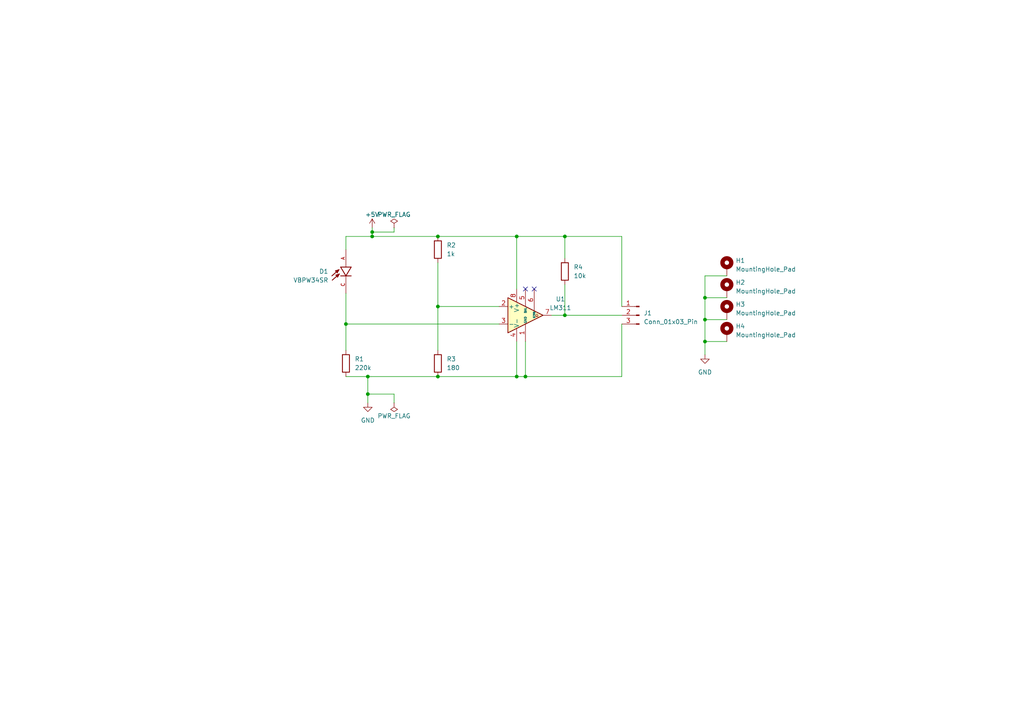
<source format=kicad_sch>
(kicad_sch (version 20230121) (generator eeschema)

  (uuid 8750e224-e78f-49dc-ae06-0bd2361ac73a)

  (paper "A4")

  (title_block
    (title "Li-Fi DUMAS")
    (date "2023-10-03")
    (rev "v2")
    (company "David GAMIETTE ENSEA")
  )

  (lib_symbols
    (symbol "Comparator:LM311" (pin_names (offset 0.127)) (in_bom yes) (on_board yes)
      (property "Reference" "U" (at 3.81 6.35 0)
        (effects (font (size 1.27 1.27)) (justify left))
      )
      (property "Value" "LM311" (at 3.81 3.81 0)
        (effects (font (size 1.27 1.27)) (justify left))
      )
      (property "Footprint" "" (at 0 0 0)
        (effects (font (size 1.27 1.27)) hide)
      )
      (property "Datasheet" "https://www.st.com/resource/en/datasheet/lm311.pdf" (at 0 0 0)
        (effects (font (size 1.27 1.27)) hide)
      )
      (property "ki_keywords" "cmp open collector" (at 0 0 0)
        (effects (font (size 1.27 1.27)) hide)
      )
      (property "ki_description" "Voltage Comparator, DIP-8/SOIC-8" (at 0 0 0)
        (effects (font (size 1.27 1.27)) hide)
      )
      (property "ki_fp_filters" "SOIC*3.9x4.9mm*P1.27mm* DIP*W7.62mm*" (at 0 0 0)
        (effects (font (size 1.27 1.27)) hide)
      )
      (symbol "LM311_0_1"
        (polyline
          (pts
            (xy 5.08 0)
            (xy -5.08 5.08)
            (xy -5.08 -5.08)
            (xy 5.08 0)
          )
          (stroke (width 0.254) (type default))
          (fill (type background))
        )
        (polyline
          (pts
            (xy 3.683 -0.381)
            (xy 3.302 -0.381)
            (xy 3.683 0)
            (xy 3.302 0.381)
            (xy 2.921 0)
            (xy 3.302 -0.381)
            (xy 2.921 -0.381)
          )
          (stroke (width 0.127) (type default))
          (fill (type none))
        )
      )
      (symbol "LM311_1_1"
        (pin passive line (at 0 -7.62 90) (length 5.08)
          (name "GND" (effects (font (size 0.635 0.635))))
          (number "1" (effects (font (size 1.27 1.27))))
        )
        (pin input line (at -7.62 2.54 0) (length 2.54)
          (name "+" (effects (font (size 1.27 1.27))))
          (number "2" (effects (font (size 1.27 1.27))))
        )
        (pin input line (at -7.62 -2.54 0) (length 2.54)
          (name "-" (effects (font (size 1.27 1.27))))
          (number "3" (effects (font (size 1.27 1.27))))
        )
        (pin power_in line (at -2.54 -7.62 90) (length 3.81)
          (name "V-" (effects (font (size 1.27 1.27))))
          (number "4" (effects (font (size 1.27 1.27))))
        )
        (pin input line (at 0 7.62 270) (length 5.08)
          (name "BAL" (effects (font (size 0.635 0.635))))
          (number "5" (effects (font (size 1.27 1.27))))
        )
        (pin input line (at 2.54 7.62 270) (length 6.35)
          (name "STRB" (effects (font (size 0.508 0.508))))
          (number "6" (effects (font (size 1.27 1.27))))
        )
        (pin open_collector line (at 7.62 0 180) (length 2.54)
          (name "~" (effects (font (size 1.27 1.27))))
          (number "7" (effects (font (size 1.27 1.27))))
        )
        (pin power_in line (at -2.54 7.62 270) (length 3.81)
          (name "V+" (effects (font (size 1.27 1.27))))
          (number "8" (effects (font (size 1.27 1.27))))
        )
      )
    )
    (symbol "Connector:Conn_01x03_Pin" (pin_names (offset 1.016) hide) (in_bom yes) (on_board yes)
      (property "Reference" "J" (at 0 5.08 0)
        (effects (font (size 1.27 1.27)))
      )
      (property "Value" "Conn_01x03_Pin" (at 0 -5.08 0)
        (effects (font (size 1.27 1.27)))
      )
      (property "Footprint" "" (at 0 0 0)
        (effects (font (size 1.27 1.27)) hide)
      )
      (property "Datasheet" "~" (at 0 0 0)
        (effects (font (size 1.27 1.27)) hide)
      )
      (property "ki_locked" "" (at 0 0 0)
        (effects (font (size 1.27 1.27)))
      )
      (property "ki_keywords" "connector" (at 0 0 0)
        (effects (font (size 1.27 1.27)) hide)
      )
      (property "ki_description" "Generic connector, single row, 01x03, script generated" (at 0 0 0)
        (effects (font (size 1.27 1.27)) hide)
      )
      (property "ki_fp_filters" "Connector*:*_1x??_*" (at 0 0 0)
        (effects (font (size 1.27 1.27)) hide)
      )
      (symbol "Conn_01x03_Pin_1_1"
        (polyline
          (pts
            (xy 1.27 -2.54)
            (xy 0.8636 -2.54)
          )
          (stroke (width 0.1524) (type default))
          (fill (type none))
        )
        (polyline
          (pts
            (xy 1.27 0)
            (xy 0.8636 0)
          )
          (stroke (width 0.1524) (type default))
          (fill (type none))
        )
        (polyline
          (pts
            (xy 1.27 2.54)
            (xy 0.8636 2.54)
          )
          (stroke (width 0.1524) (type default))
          (fill (type none))
        )
        (rectangle (start 0.8636 -2.413) (end 0 -2.667)
          (stroke (width 0.1524) (type default))
          (fill (type outline))
        )
        (rectangle (start 0.8636 0.127) (end 0 -0.127)
          (stroke (width 0.1524) (type default))
          (fill (type outline))
        )
        (rectangle (start 0.8636 2.667) (end 0 2.413)
          (stroke (width 0.1524) (type default))
          (fill (type outline))
        )
        (pin passive line (at 5.08 2.54 180) (length 3.81)
          (name "Pin_1" (effects (font (size 1.27 1.27))))
          (number "1" (effects (font (size 1.27 1.27))))
        )
        (pin passive line (at 5.08 0 180) (length 3.81)
          (name "Pin_2" (effects (font (size 1.27 1.27))))
          (number "2" (effects (font (size 1.27 1.27))))
        )
        (pin passive line (at 5.08 -2.54 180) (length 3.81)
          (name "Pin_3" (effects (font (size 1.27 1.27))))
          (number "3" (effects (font (size 1.27 1.27))))
        )
      )
    )
    (symbol "Device:R" (pin_numbers hide) (pin_names (offset 0)) (in_bom yes) (on_board yes)
      (property "Reference" "R" (at 2.032 0 90)
        (effects (font (size 1.27 1.27)))
      )
      (property "Value" "R" (at 0 0 90)
        (effects (font (size 1.27 1.27)))
      )
      (property "Footprint" "" (at -1.778 0 90)
        (effects (font (size 1.27 1.27)) hide)
      )
      (property "Datasheet" "~" (at 0 0 0)
        (effects (font (size 1.27 1.27)) hide)
      )
      (property "ki_keywords" "R res resistor" (at 0 0 0)
        (effects (font (size 1.27 1.27)) hide)
      )
      (property "ki_description" "Resistor" (at 0 0 0)
        (effects (font (size 1.27 1.27)) hide)
      )
      (property "ki_fp_filters" "R_*" (at 0 0 0)
        (effects (font (size 1.27 1.27)) hide)
      )
      (symbol "R_0_1"
        (rectangle (start -1.016 -2.54) (end 1.016 2.54)
          (stroke (width 0.254) (type default))
          (fill (type none))
        )
      )
      (symbol "R_1_1"
        (pin passive line (at 0 3.81 270) (length 1.27)
          (name "~" (effects (font (size 1.27 1.27))))
          (number "1" (effects (font (size 1.27 1.27))))
        )
        (pin passive line (at 0 -3.81 90) (length 1.27)
          (name "~" (effects (font (size 1.27 1.27))))
          (number "2" (effects (font (size 1.27 1.27))))
        )
      )
    )
    (symbol "Mechanical:MountingHole_Pad" (pin_numbers hide) (pin_names (offset 1.016) hide) (in_bom yes) (on_board yes)
      (property "Reference" "H" (at 0 6.35 0)
        (effects (font (size 1.27 1.27)))
      )
      (property "Value" "MountingHole_Pad" (at 0 4.445 0)
        (effects (font (size 1.27 1.27)))
      )
      (property "Footprint" "" (at 0 0 0)
        (effects (font (size 1.27 1.27)) hide)
      )
      (property "Datasheet" "~" (at 0 0 0)
        (effects (font (size 1.27 1.27)) hide)
      )
      (property "ki_keywords" "mounting hole" (at 0 0 0)
        (effects (font (size 1.27 1.27)) hide)
      )
      (property "ki_description" "Mounting Hole with connection" (at 0 0 0)
        (effects (font (size 1.27 1.27)) hide)
      )
      (property "ki_fp_filters" "MountingHole*Pad*" (at 0 0 0)
        (effects (font (size 1.27 1.27)) hide)
      )
      (symbol "MountingHole_Pad_0_1"
        (circle (center 0 1.27) (radius 1.27)
          (stroke (width 1.27) (type default))
          (fill (type none))
        )
      )
      (symbol "MountingHole_Pad_1_1"
        (pin input line (at 0 -2.54 90) (length 2.54)
          (name "1" (effects (font (size 1.27 1.27))))
          (number "1" (effects (font (size 1.27 1.27))))
        )
      )
    )
    (symbol "VBPW34SR:VBPW34SR" (pin_names (offset 1.016)) (in_bom yes) (on_board yes)
      (property "Reference" "D" (at -0.5588 4.4958 0)
        (effects (font (size 1.27 1.27)) (justify left bottom))
      )
      (property "Value" "VBPW34SR" (at -1.016 -3.302 0)
        (effects (font (size 1.27 1.27)) (justify left bottom))
      )
      (property "Footprint" "DIO_VBPW34SR" (at 0 0 0)
        (effects (font (size 1.27 1.27)) (justify bottom) hide)
      )
      (property "Datasheet" "" (at 0 0 0)
        (effects (font (size 1.27 1.27)) hide)
      )
      (property "MANUFACTURER" "Vishay Semiconductors" (at 0 0 0)
        (effects (font (size 1.27 1.27)) (justify bottom) hide)
      )
      (property "STANDARD" "Manufacturer recommendations" (at 0 0 0)
        (effects (font (size 1.27 1.27)) (justify bottom) hide)
      )
      (property "PARTREV" "1.2" (at 0 0 0)
        (effects (font (size 1.27 1.27)) (justify bottom) hide)
      )
      (property "MAXIMUM_PACKAGE_HEIGHT" "1.4mm" (at 0 0 0)
        (effects (font (size 1.27 1.27)) (justify bottom) hide)
      )
      (symbol "VBPW34SR_0_0"
        (polyline
          (pts
            (xy 0 -1.524)
            (xy 2.54 0)
          )
          (stroke (width 0.254) (type default))
          (fill (type none))
        )
        (polyline
          (pts
            (xy 0 1.524)
            (xy 0 -1.524)
          )
          (stroke (width 0.254) (type default))
          (fill (type none))
        )
        (polyline
          (pts
            (xy 0.762 2.032)
            (xy 1.0922 2.9972)
          )
          (stroke (width 0.254) (type default))
          (fill (type none))
        )
        (polyline
          (pts
            (xy 0.762 2.032)
            (xy 2.54 4.064)
          )
          (stroke (width 0.254) (type default))
          (fill (type none))
        )
        (polyline
          (pts
            (xy 1.0668 2.2606)
            (xy 1.1938 2.2606)
          )
          (stroke (width 0.254) (type default))
          (fill (type none))
        )
        (polyline
          (pts
            (xy 1.0922 2.9972)
            (xy 1.0668 2.2606)
          )
          (stroke (width 0.254) (type default))
          (fill (type none))
        )
        (polyline
          (pts
            (xy 1.0922 2.9972)
            (xy 1.651 2.5146)
          )
          (stroke (width 0.254) (type default))
          (fill (type none))
        )
        (polyline
          (pts
            (xy 1.4732 2.5908)
            (xy 1.2446 2.4384)
          )
          (stroke (width 0.254) (type default))
          (fill (type none))
        )
        (polyline
          (pts
            (xy 1.651 2.5146)
            (xy 0.762 2.032)
          )
          (stroke (width 0.254) (type default))
          (fill (type none))
        )
        (polyline
          (pts
            (xy 2.0066 1.9304)
            (xy 2.3368 2.8956)
          )
          (stroke (width 0.254) (type default))
          (fill (type none))
        )
        (polyline
          (pts
            (xy 2.0066 1.9304)
            (xy 3.7846 3.9624)
          )
          (stroke (width 0.254) (type default))
          (fill (type none))
        )
        (polyline
          (pts
            (xy 2.3114 2.159)
            (xy 2.4384 2.159)
          )
          (stroke (width 0.254) (type default))
          (fill (type none))
        )
        (polyline
          (pts
            (xy 2.3368 2.8956)
            (xy 2.3114 2.159)
          )
          (stroke (width 0.254) (type default))
          (fill (type none))
        )
        (polyline
          (pts
            (xy 2.3368 2.8956)
            (xy 2.8956 2.413)
          )
          (stroke (width 0.254) (type default))
          (fill (type none))
        )
        (polyline
          (pts
            (xy 2.54 0)
            (xy 0 1.524)
          )
          (stroke (width 0.254) (type default))
          (fill (type none))
        )
        (polyline
          (pts
            (xy 2.54 1.524)
            (xy 2.54 -1.524)
          )
          (stroke (width 0.254) (type default))
          (fill (type none))
        )
        (polyline
          (pts
            (xy 2.7178 2.4892)
            (xy 2.4892 2.3368)
          )
          (stroke (width 0.254) (type default))
          (fill (type none))
        )
        (polyline
          (pts
            (xy 2.8956 2.413)
            (xy 2.0066 1.9304)
          )
          (stroke (width 0.254) (type default))
          (fill (type none))
        )
        (pin passive line (at -5.08 0 0) (length 5.08)
          (name "~" (effects (font (size 1.016 1.016))))
          (number "A" (effects (font (size 1.016 1.016))))
        )
        (pin passive line (at 7.62 0 180) (length 5.08)
          (name "~" (effects (font (size 1.016 1.016))))
          (number "C" (effects (font (size 1.016 1.016))))
        )
      )
    )
    (symbol "power:+5V" (power) (pin_names (offset 0)) (in_bom yes) (on_board yes)
      (property "Reference" "#PWR" (at 0 -3.81 0)
        (effects (font (size 1.27 1.27)) hide)
      )
      (property "Value" "+5V" (at 0 3.556 0)
        (effects (font (size 1.27 1.27)))
      )
      (property "Footprint" "" (at 0 0 0)
        (effects (font (size 1.27 1.27)) hide)
      )
      (property "Datasheet" "" (at 0 0 0)
        (effects (font (size 1.27 1.27)) hide)
      )
      (property "ki_keywords" "global power" (at 0 0 0)
        (effects (font (size 1.27 1.27)) hide)
      )
      (property "ki_description" "Power symbol creates a global label with name \"+5V\"" (at 0 0 0)
        (effects (font (size 1.27 1.27)) hide)
      )
      (symbol "+5V_0_1"
        (polyline
          (pts
            (xy -0.762 1.27)
            (xy 0 2.54)
          )
          (stroke (width 0) (type default))
          (fill (type none))
        )
        (polyline
          (pts
            (xy 0 0)
            (xy 0 2.54)
          )
          (stroke (width 0) (type default))
          (fill (type none))
        )
        (polyline
          (pts
            (xy 0 2.54)
            (xy 0.762 1.27)
          )
          (stroke (width 0) (type default))
          (fill (type none))
        )
      )
      (symbol "+5V_1_1"
        (pin power_in line (at 0 0 90) (length 0) hide
          (name "+5V" (effects (font (size 1.27 1.27))))
          (number "1" (effects (font (size 1.27 1.27))))
        )
      )
    )
    (symbol "power:GND" (power) (pin_names (offset 0)) (in_bom yes) (on_board yes)
      (property "Reference" "#PWR" (at 0 -6.35 0)
        (effects (font (size 1.27 1.27)) hide)
      )
      (property "Value" "GND" (at 0 -3.81 0)
        (effects (font (size 1.27 1.27)))
      )
      (property "Footprint" "" (at 0 0 0)
        (effects (font (size 1.27 1.27)) hide)
      )
      (property "Datasheet" "" (at 0 0 0)
        (effects (font (size 1.27 1.27)) hide)
      )
      (property "ki_keywords" "global power" (at 0 0 0)
        (effects (font (size 1.27 1.27)) hide)
      )
      (property "ki_description" "Power symbol creates a global label with name \"GND\" , ground" (at 0 0 0)
        (effects (font (size 1.27 1.27)) hide)
      )
      (symbol "GND_0_1"
        (polyline
          (pts
            (xy 0 0)
            (xy 0 -1.27)
            (xy 1.27 -1.27)
            (xy 0 -2.54)
            (xy -1.27 -1.27)
            (xy 0 -1.27)
          )
          (stroke (width 0) (type default))
          (fill (type none))
        )
      )
      (symbol "GND_1_1"
        (pin power_in line (at 0 0 270) (length 0) hide
          (name "GND" (effects (font (size 1.27 1.27))))
          (number "1" (effects (font (size 1.27 1.27))))
        )
      )
    )
    (symbol "power:PWR_FLAG" (power) (pin_numbers hide) (pin_names (offset 0) hide) (in_bom yes) (on_board yes)
      (property "Reference" "#FLG" (at 0 1.905 0)
        (effects (font (size 1.27 1.27)) hide)
      )
      (property "Value" "PWR_FLAG" (at 0 3.81 0)
        (effects (font (size 1.27 1.27)))
      )
      (property "Footprint" "" (at 0 0 0)
        (effects (font (size 1.27 1.27)) hide)
      )
      (property "Datasheet" "~" (at 0 0 0)
        (effects (font (size 1.27 1.27)) hide)
      )
      (property "ki_keywords" "flag power" (at 0 0 0)
        (effects (font (size 1.27 1.27)) hide)
      )
      (property "ki_description" "Special symbol for telling ERC where power comes from" (at 0 0 0)
        (effects (font (size 1.27 1.27)) hide)
      )
      (symbol "PWR_FLAG_0_0"
        (pin power_out line (at 0 0 90) (length 0)
          (name "pwr" (effects (font (size 1.27 1.27))))
          (number "1" (effects (font (size 1.27 1.27))))
        )
      )
      (symbol "PWR_FLAG_0_1"
        (polyline
          (pts
            (xy 0 0)
            (xy 0 1.27)
            (xy -1.016 1.905)
            (xy 0 2.54)
            (xy 1.016 1.905)
            (xy 0 1.27)
          )
          (stroke (width 0) (type default))
          (fill (type none))
        )
      )
    )
  )

  (junction (at 163.83 91.44) (diameter 0) (color 0 0 0 0)
    (uuid 0ea9915e-f3b8-45b1-b6e7-ba86cd6d99ae)
  )
  (junction (at 127 88.9) (diameter 0) (color 0 0 0 0)
    (uuid 1dec08bb-ead2-4771-a308-31763189215c)
  )
  (junction (at 127 68.58) (diameter 0) (color 0 0 0 0)
    (uuid 2e4c5d51-71b3-46b0-a9cc-0be4003fe0fd)
  )
  (junction (at 107.95 68.58) (diameter 0) (color 0 0 0 0)
    (uuid 34e812b0-6c7c-4fd0-a3bb-acda4f53fb0e)
  )
  (junction (at 106.68 109.22) (diameter 0) (color 0 0 0 0)
    (uuid 3d75f756-c1f9-4c1b-982b-fdd3d35151c6)
  )
  (junction (at 149.86 109.22) (diameter 0) (color 0 0 0 0)
    (uuid 3ef0437f-9cbb-4985-ad1a-9ad47042dc7e)
  )
  (junction (at 127 109.22) (diameter 0) (color 0 0 0 0)
    (uuid 4111f7f1-30d9-4856-a474-872c61a09f40)
  )
  (junction (at 204.47 99.06) (diameter 0) (color 0 0 0 0)
    (uuid 425b311b-f82c-4056-b18b-8e285b812d1e)
  )
  (junction (at 152.4 109.22) (diameter 0) (color 0 0 0 0)
    (uuid 4d171745-a6f9-4c75-9950-a45033425b44)
  )
  (junction (at 149.86 68.58) (diameter 0) (color 0 0 0 0)
    (uuid 5744c2dd-40d0-4987-8ef8-f7e7381eabd3)
  )
  (junction (at 163.83 68.58) (diameter 0) (color 0 0 0 0)
    (uuid 578349c3-3122-4a12-a117-e23e69c0bacd)
  )
  (junction (at 107.95 67.31) (diameter 0) (color 0 0 0 0)
    (uuid 7709afb0-62a0-4553-8c81-7a99942146e3)
  )
  (junction (at 106.68 114.3) (diameter 0) (color 0 0 0 0)
    (uuid 7e8c0dde-474a-4a87-b889-99a55c59df23)
  )
  (junction (at 204.47 92.71) (diameter 0) (color 0 0 0 0)
    (uuid 97e0acd5-460b-460d-a398-36bad10f8ae6)
  )
  (junction (at 204.47 86.36) (diameter 0) (color 0 0 0 0)
    (uuid bdbcd534-a869-4702-a674-cdcd6134f92d)
  )
  (junction (at 100.33 93.98) (diameter 0) (color 0 0 0 0)
    (uuid e5f94361-a57c-45dc-89d2-ea72fbb54234)
  )

  (no_connect (at 154.94 83.82) (uuid 02f7e743-8cf6-4ed3-8351-a14cea8667dd))
  (no_connect (at 152.4 83.82) (uuid 04e1f8c6-318f-4ed7-94cc-d2a2d5485678))

  (wire (pts (xy 149.86 68.58) (xy 163.83 68.58))
    (stroke (width 0) (type default))
    (uuid 0e04a3d2-3c76-4218-99fd-862009457433)
  )
  (wire (pts (xy 114.3 114.3) (xy 114.3 116.84))
    (stroke (width 0) (type default))
    (uuid 0eb2b436-b9fb-4104-9e19-e5724b3a40a7)
  )
  (wire (pts (xy 210.82 80.01) (xy 204.47 80.01))
    (stroke (width 0) (type default))
    (uuid 10123f8a-173e-4af1-a529-895ddc4134f0)
  )
  (wire (pts (xy 100.33 68.58) (xy 100.33 72.39))
    (stroke (width 0) (type default))
    (uuid 1482aecd-9334-479c-aa46-9740e3704346)
  )
  (wire (pts (xy 180.34 68.58) (xy 180.34 88.9))
    (stroke (width 0) (type default))
    (uuid 1d464758-b07e-4017-b1cd-3e5e42ca8936)
  )
  (wire (pts (xy 107.95 67.31) (xy 107.95 68.58))
    (stroke (width 0) (type default))
    (uuid 1e4753bb-c217-4779-8d33-830c720d993e)
  )
  (wire (pts (xy 163.83 82.55) (xy 163.83 91.44))
    (stroke (width 0) (type default))
    (uuid 2621bce5-dbe1-4d3e-839b-42a7320ad0a6)
  )
  (wire (pts (xy 163.83 91.44) (xy 180.34 91.44))
    (stroke (width 0) (type default))
    (uuid 285d6356-1bd5-41e0-aace-31f90b5be9bc)
  )
  (wire (pts (xy 204.47 92.71) (xy 210.82 92.71))
    (stroke (width 0) (type default))
    (uuid 2b911a7b-ef2e-4a14-a6a5-ecc55cdffd36)
  )
  (wire (pts (xy 106.68 109.22) (xy 106.68 114.3))
    (stroke (width 0) (type default))
    (uuid 2bc19bc5-2be5-4a9e-a910-32455b3b6a08)
  )
  (wire (pts (xy 100.33 93.98) (xy 144.78 93.98))
    (stroke (width 0) (type default))
    (uuid 2f55d314-52c4-4570-aea9-9a89d5235251)
  )
  (wire (pts (xy 204.47 92.71) (xy 204.47 99.06))
    (stroke (width 0) (type default))
    (uuid 33f2f4c7-99a7-4a0d-89ec-53dd53d609b7)
  )
  (wire (pts (xy 152.4 109.22) (xy 149.86 109.22))
    (stroke (width 0) (type default))
    (uuid 3ed1b9b0-1183-48a8-b161-396aa02de7e8)
  )
  (wire (pts (xy 107.95 67.31) (xy 114.3 67.31))
    (stroke (width 0) (type default))
    (uuid 4717b6c2-74b4-4895-8e2e-87ee1e235353)
  )
  (wire (pts (xy 163.83 68.58) (xy 163.83 74.93))
    (stroke (width 0) (type default))
    (uuid 4b0a875e-db5c-4f8a-bf20-74f13ad26317)
  )
  (wire (pts (xy 106.68 109.22) (xy 127 109.22))
    (stroke (width 0) (type default))
    (uuid 53bb2063-f456-4e2e-b614-d2910b4e8e75)
  )
  (wire (pts (xy 107.95 66.04) (xy 107.95 67.31))
    (stroke (width 0) (type default))
    (uuid 55f43a11-256b-4ae0-ad89-ecb86c52d278)
  )
  (wire (pts (xy 106.68 114.3) (xy 106.68 116.84))
    (stroke (width 0) (type default))
    (uuid 6b6087a0-6b55-4de4-b004-849e25a59c64)
  )
  (wire (pts (xy 152.4 109.22) (xy 180.34 109.22))
    (stroke (width 0) (type default))
    (uuid 6b935871-a305-4c13-a018-370be199ce5d)
  )
  (wire (pts (xy 180.34 93.98) (xy 180.34 109.22))
    (stroke (width 0) (type default))
    (uuid 6cdc089a-53e7-4f65-823f-20bc95d8de39)
  )
  (wire (pts (xy 127 68.58) (xy 149.86 68.58))
    (stroke (width 0) (type default))
    (uuid 6ec845c6-01bb-4a71-b205-ccc14bfb385a)
  )
  (wire (pts (xy 160.02 91.44) (xy 163.83 91.44))
    (stroke (width 0) (type default))
    (uuid 7349563c-0320-4dca-825d-e64e289e1b4d)
  )
  (wire (pts (xy 127 88.9) (xy 127 101.6))
    (stroke (width 0) (type default))
    (uuid 7e23a796-6b5c-48a4-b051-accb4ab5902e)
  )
  (wire (pts (xy 127 88.9) (xy 144.78 88.9))
    (stroke (width 0) (type default))
    (uuid 8303eb97-8a88-4a07-bd63-af570f587429)
  )
  (wire (pts (xy 149.86 83.82) (xy 149.86 68.58))
    (stroke (width 0) (type default))
    (uuid 87f69a9e-b7b7-4364-a6ae-205b958bce9a)
  )
  (wire (pts (xy 204.47 86.36) (xy 210.82 86.36))
    (stroke (width 0) (type default))
    (uuid 9716e8f2-4072-463a-96d5-b2db6a7a87fa)
  )
  (wire (pts (xy 127 76.2) (xy 127 88.9))
    (stroke (width 0) (type default))
    (uuid 983493e0-6f9d-4d82-98c9-ca2a839aa458)
  )
  (wire (pts (xy 149.86 109.22) (xy 127 109.22))
    (stroke (width 0) (type default))
    (uuid a6e190f0-11fa-49eb-a67c-1eae84b9a29c)
  )
  (wire (pts (xy 204.47 99.06) (xy 204.47 102.87))
    (stroke (width 0) (type default))
    (uuid a72a5a52-ad6a-4d69-8730-c47eda527313)
  )
  (wire (pts (xy 114.3 66.04) (xy 114.3 67.31))
    (stroke (width 0) (type default))
    (uuid b80edf42-87b1-4887-b678-07e82f69889a)
  )
  (wire (pts (xy 100.33 85.09) (xy 100.33 93.98))
    (stroke (width 0) (type default))
    (uuid bee6f9ea-8452-4600-8fbd-ef7aa7fc8668)
  )
  (wire (pts (xy 106.68 114.3) (xy 114.3 114.3))
    (stroke (width 0) (type default))
    (uuid c7aba9c8-d1a1-41c8-be61-623db0405233)
  )
  (wire (pts (xy 204.47 99.06) (xy 210.82 99.06))
    (stroke (width 0) (type default))
    (uuid ced37979-ee97-4592-90ec-84e11c04ed1a)
  )
  (wire (pts (xy 100.33 68.58) (xy 107.95 68.58))
    (stroke (width 0) (type default))
    (uuid d06e2c66-f810-4108-8e25-8dd137d05e83)
  )
  (wire (pts (xy 107.95 68.58) (xy 127 68.58))
    (stroke (width 0) (type default))
    (uuid d381219b-1199-4b60-b81b-0e554bd85815)
  )
  (wire (pts (xy 204.47 80.01) (xy 204.47 86.36))
    (stroke (width 0) (type default))
    (uuid d697f222-5eca-42f1-a2ae-66356205a6a5)
  )
  (wire (pts (xy 204.47 86.36) (xy 204.47 92.71))
    (stroke (width 0) (type default))
    (uuid d88e1ef0-fa53-49ba-897e-48c1bfe2b58b)
  )
  (wire (pts (xy 100.33 93.98) (xy 100.33 101.6))
    (stroke (width 0) (type default))
    (uuid e0cf2025-f895-470e-a60d-3566f1f9ae3f)
  )
  (wire (pts (xy 100.33 109.22) (xy 106.68 109.22))
    (stroke (width 0) (type default))
    (uuid e7745fcf-1d27-49b0-9ae3-d2f847713705)
  )
  (wire (pts (xy 152.4 99.06) (xy 152.4 109.22))
    (stroke (width 0) (type default))
    (uuid f8b47b5c-4557-4e4a-b1e2-03f4adbc53f0)
  )
  (wire (pts (xy 149.86 99.06) (xy 149.86 109.22))
    (stroke (width 0) (type default))
    (uuid f98cb2bb-190a-4ab7-a4bf-812a9c9c3214)
  )
  (wire (pts (xy 180.34 68.58) (xy 163.83 68.58))
    (stroke (width 0) (type default))
    (uuid fdb6708e-88ff-421d-ade7-e794594f7a9d)
  )

  (symbol (lib_id "Device:R") (at 163.83 78.74 0) (unit 1)
    (in_bom yes) (on_board yes) (dnp no) (fields_autoplaced)
    (uuid 091fb49d-e44f-4c25-bc47-9cdf3549fe0a)
    (property "Reference" "R4" (at 166.37 77.4699 0)
      (effects (font (size 1.27 1.27)) (justify left))
    )
    (property "Value" "10k" (at 166.37 80.0099 0)
      (effects (font (size 1.27 1.27)) (justify left))
    )
    (property "Footprint" "Resistor_SMD:R_0603_1608Metric_Pad0.98x0.95mm_HandSolder" (at 162.052 78.74 90)
      (effects (font (size 1.27 1.27)) hide)
    )
    (property "Datasheet" "~" (at 163.83 78.74 0)
      (effects (font (size 1.27 1.27)) hide)
    )
    (pin "1" (uuid a1501892-f946-4d46-a399-ee2fed43599d))
    (pin "2" (uuid ab4b17c3-000d-4cca-9179-0bfb8d031f20))
    (instances
      (project "recepteur"
        (path "/8750e224-e78f-49dc-ae06-0bd2361ac73a"
          (reference "R4") (unit 1)
        )
      )
    )
  )

  (symbol (lib_id "power:PWR_FLAG") (at 114.3 116.84 0) (mirror x) (unit 1)
    (in_bom yes) (on_board yes) (dnp no)
    (uuid 1bc7c524-a5d8-4bc0-bc3e-1f2b1b67528c)
    (property "Reference" "#FLG02" (at 114.3 118.745 0)
      (effects (font (size 1.27 1.27)) hide)
    )
    (property "Value" "PWR_FLAG" (at 114.3 120.65 0)
      (effects (font (size 1.27 1.27)))
    )
    (property "Footprint" "" (at 114.3 116.84 0)
      (effects (font (size 1.27 1.27)) hide)
    )
    (property "Datasheet" "~" (at 114.3 116.84 0)
      (effects (font (size 1.27 1.27)) hide)
    )
    (pin "1" (uuid 0b7c735b-fd5a-4e4a-8c87-5fce82a67633))
    (instances
      (project "recepteur"
        (path "/8750e224-e78f-49dc-ae06-0bd2361ac73a"
          (reference "#FLG02") (unit 1)
        )
      )
    )
  )

  (symbol (lib_id "Device:R") (at 127 105.41 0) (unit 1)
    (in_bom yes) (on_board yes) (dnp no) (fields_autoplaced)
    (uuid 47a71e69-385d-4563-a079-18d22352810c)
    (property "Reference" "R3" (at 129.54 104.1399 0)
      (effects (font (size 1.27 1.27)) (justify left))
    )
    (property "Value" "180" (at 129.54 106.6799 0)
      (effects (font (size 1.27 1.27)) (justify left))
    )
    (property "Footprint" "Resistor_SMD:R_0603_1608Metric_Pad0.98x0.95mm_HandSolder" (at 125.222 105.41 90)
      (effects (font (size 1.27 1.27)) hide)
    )
    (property "Datasheet" "~" (at 127 105.41 0)
      (effects (font (size 1.27 1.27)) hide)
    )
    (pin "1" (uuid ec02fe14-0824-4156-8756-b949373bd88f))
    (pin "2" (uuid 8c4dce75-f29b-455e-9385-7bd5ff6ac513))
    (instances
      (project "recepteur"
        (path "/8750e224-e78f-49dc-ae06-0bd2361ac73a"
          (reference "R3") (unit 1)
        )
      )
    )
  )

  (symbol (lib_id "Connector:Conn_01x03_Pin") (at 185.42 91.44 0) (mirror y) (unit 1)
    (in_bom yes) (on_board yes) (dnp no) (fields_autoplaced)
    (uuid 5833491e-2177-4e2f-9041-f1a606b9749a)
    (property "Reference" "J1" (at 186.69 90.805 0)
      (effects (font (size 1.27 1.27)) (justify right))
    )
    (property "Value" "Conn_01x03_Pin" (at 186.69 93.345 0)
      (effects (font (size 1.27 1.27)) (justify right))
    )
    (property "Footprint" "Connector_JST:JST_XH_B3B-XH-A_1x03_P2.50mm_Vertical" (at 185.42 91.44 0)
      (effects (font (size 1.27 1.27)) hide)
    )
    (property "Datasheet" "~" (at 185.42 91.44 0)
      (effects (font (size 1.27 1.27)) hide)
    )
    (pin "1" (uuid 8773d6dc-6944-4c21-b564-5ae15005e61c))
    (pin "2" (uuid d6f98497-c3a3-4efd-ba5d-3ce37c7b971f))
    (pin "3" (uuid 7743685e-0999-442d-8d76-d43b210f37ed))
    (instances
      (project "recepteur"
        (path "/8750e224-e78f-49dc-ae06-0bd2361ac73a"
          (reference "J1") (unit 1)
        )
      )
    )
  )

  (symbol (lib_id "Mechanical:MountingHole_Pad") (at 210.82 83.82 0) (unit 1)
    (in_bom yes) (on_board yes) (dnp no)
    (uuid 59a625f5-5d6e-4d83-93a2-9fa0b31b0810)
    (property "Reference" "H1" (at 213.36 81.915 0)
      (effects (font (size 1.27 1.27)) (justify left))
    )
    (property "Value" "MountingHole_Pad" (at 213.36 84.455 0)
      (effects (font (size 1.27 1.27)) (justify left))
    )
    (property "Footprint" "MountingHole:MountingHole_2.2mm_M2_DIN965_Pad" (at 210.82 83.82 0)
      (effects (font (size 1.27 1.27)) hide)
    )
    (property "Datasheet" "~" (at 210.82 83.82 0)
      (effects (font (size 1.27 1.27)) hide)
    )
    (pin "1" (uuid f614a092-21f0-4529-a8cc-3471e81247fb))
    (instances
      (project "ENSEA_ProjetLiFi"
        (path "/4f4955df-9ce2-40cb-b016-2831036de704"
          (reference "H1") (unit 1)
        )
      )
      (project "recepteur"
        (path "/8750e224-e78f-49dc-ae06-0bd2361ac73a"
          (reference "H2") (unit 1)
        )
      )
    )
  )

  (symbol (lib_id "power:+5V") (at 107.95 66.04 0) (unit 1)
    (in_bom yes) (on_board yes) (dnp no) (fields_autoplaced)
    (uuid 60d36b4e-db13-4dd7-9dbe-5e389957c26f)
    (property "Reference" "#PWR02" (at 107.95 69.85 0)
      (effects (font (size 1.27 1.27)) hide)
    )
    (property "Value" "+5V" (at 107.95 62.23 0)
      (effects (font (size 1.27 1.27)))
    )
    (property "Footprint" "" (at 107.95 66.04 0)
      (effects (font (size 1.27 1.27)) hide)
    )
    (property "Datasheet" "" (at 107.95 66.04 0)
      (effects (font (size 1.27 1.27)) hide)
    )
    (pin "1" (uuid fc6f8d28-7e16-404a-b182-a93df1c7339d))
    (instances
      (project "recepteur"
        (path "/8750e224-e78f-49dc-ae06-0bd2361ac73a"
          (reference "#PWR02") (unit 1)
        )
      )
    )
  )

  (symbol (lib_id "Mechanical:MountingHole_Pad") (at 210.82 96.52 0) (unit 1)
    (in_bom yes) (on_board yes) (dnp no) (fields_autoplaced)
    (uuid 6b3355af-ce2e-4237-9e8a-eb01d25fb7f3)
    (property "Reference" "H1" (at 213.36 94.615 0)
      (effects (font (size 1.27 1.27)) (justify left))
    )
    (property "Value" "MountingHole_Pad" (at 213.36 97.155 0)
      (effects (font (size 1.27 1.27)) (justify left))
    )
    (property "Footprint" "MountingHole:MountingHole_2.2mm_M2_DIN965_Pad" (at 210.82 96.52 0)
      (effects (font (size 1.27 1.27)) hide)
    )
    (property "Datasheet" "~" (at 210.82 96.52 0)
      (effects (font (size 1.27 1.27)) hide)
    )
    (pin "1" (uuid 4ef5c9cd-4877-47e9-96e3-152dc7fbdc21))
    (instances
      (project "ENSEA_ProjetLiFi"
        (path "/4f4955df-9ce2-40cb-b016-2831036de704"
          (reference "H1") (unit 1)
        )
      )
      (project "recepteur"
        (path "/8750e224-e78f-49dc-ae06-0bd2361ac73a"
          (reference "H4") (unit 1)
        )
      )
    )
  )

  (symbol (lib_id "Mechanical:MountingHole_Pad") (at 210.82 90.17 0) (unit 1)
    (in_bom yes) (on_board yes) (dnp no) (fields_autoplaced)
    (uuid 82757d6f-f5f9-4a88-a90b-4a3cdb488c4a)
    (property "Reference" "H1" (at 213.36 88.265 0)
      (effects (font (size 1.27 1.27)) (justify left))
    )
    (property "Value" "MountingHole_Pad" (at 213.36 90.805 0)
      (effects (font (size 1.27 1.27)) (justify left))
    )
    (property "Footprint" "MountingHole:MountingHole_2.2mm_M2_DIN965_Pad" (at 210.82 90.17 0)
      (effects (font (size 1.27 1.27)) hide)
    )
    (property "Datasheet" "~" (at 210.82 90.17 0)
      (effects (font (size 1.27 1.27)) hide)
    )
    (pin "1" (uuid 084dc76a-2624-4923-bc06-6bd34ae0f6c1))
    (instances
      (project "ENSEA_ProjetLiFi"
        (path "/4f4955df-9ce2-40cb-b016-2831036de704"
          (reference "H1") (unit 1)
        )
      )
      (project "recepteur"
        (path "/8750e224-e78f-49dc-ae06-0bd2361ac73a"
          (reference "H3") (unit 1)
        )
      )
    )
  )

  (symbol (lib_id "Mechanical:MountingHole_Pad") (at 210.82 77.47 0) (unit 1)
    (in_bom yes) (on_board yes) (dnp no) (fields_autoplaced)
    (uuid 87cfe65d-47cf-4f83-a4a3-078e3ce80c3f)
    (property "Reference" "H1" (at 213.36 75.565 0)
      (effects (font (size 1.27 1.27)) (justify left))
    )
    (property "Value" "MountingHole_Pad" (at 213.36 78.105 0)
      (effects (font (size 1.27 1.27)) (justify left))
    )
    (property "Footprint" "MountingHole:MountingHole_2.2mm_M2_DIN965_Pad" (at 210.82 77.47 0)
      (effects (font (size 1.27 1.27)) hide)
    )
    (property "Datasheet" "~" (at 210.82 77.47 0)
      (effects (font (size 1.27 1.27)) hide)
    )
    (pin "1" (uuid 66d6918e-ecbc-4754-b6ab-7ece705927b9))
    (instances
      (project "ENSEA_ProjetLiFi"
        (path "/4f4955df-9ce2-40cb-b016-2831036de704"
          (reference "H1") (unit 1)
        )
      )
      (project "recepteur"
        (path "/8750e224-e78f-49dc-ae06-0bd2361ac73a"
          (reference "H1") (unit 1)
        )
      )
    )
  )

  (symbol (lib_id "power:PWR_FLAG") (at 114.3 66.04 0) (unit 1)
    (in_bom yes) (on_board yes) (dnp no) (fields_autoplaced)
    (uuid 8e826f49-e7c5-474b-a5ae-db589687fe42)
    (property "Reference" "#FLG01" (at 114.3 64.135 0)
      (effects (font (size 1.27 1.27)) hide)
    )
    (property "Value" "PWR_FLAG" (at 114.3 62.23 0)
      (effects (font (size 1.27 1.27)))
    )
    (property "Footprint" "" (at 114.3 66.04 0)
      (effects (font (size 1.27 1.27)) hide)
    )
    (property "Datasheet" "~" (at 114.3 66.04 0)
      (effects (font (size 1.27 1.27)) hide)
    )
    (pin "1" (uuid d381c747-f9ae-42a9-83d7-8dada1cf25a5))
    (instances
      (project "recepteur"
        (path "/8750e224-e78f-49dc-ae06-0bd2361ac73a"
          (reference "#FLG01") (unit 1)
        )
      )
    )
  )

  (symbol (lib_id "power:GND") (at 204.47 102.87 0) (unit 1)
    (in_bom yes) (on_board yes) (dnp no) (fields_autoplaced)
    (uuid 9043478e-229f-472a-8aa5-e3adc04b6155)
    (property "Reference" "#PWR04" (at 204.47 109.22 0)
      (effects (font (size 1.27 1.27)) hide)
    )
    (property "Value" "GND" (at 204.47 107.95 0)
      (effects (font (size 1.27 1.27)))
    )
    (property "Footprint" "" (at 204.47 102.87 0)
      (effects (font (size 1.27 1.27)) hide)
    )
    (property "Datasheet" "" (at 204.47 102.87 0)
      (effects (font (size 1.27 1.27)) hide)
    )
    (pin "1" (uuid caf85674-eb86-482b-bc61-0762c8032a53))
    (instances
      (project "recepteur"
        (path "/8750e224-e78f-49dc-ae06-0bd2361ac73a"
          (reference "#PWR04") (unit 1)
        )
      )
    )
  )

  (symbol (lib_id "Comparator:LM311") (at 152.4 91.44 0) (unit 1)
    (in_bom yes) (on_board yes) (dnp no) (fields_autoplaced)
    (uuid adecca09-090c-4f29-9201-add4212e0471)
    (property "Reference" "U1" (at 162.56 86.741 0)
      (effects (font (size 1.27 1.27)))
    )
    (property "Value" "LM311" (at 162.56 89.281 0)
      (effects (font (size 1.27 1.27)))
    )
    (property "Footprint" "Package_SO:SOIC-8_3.9x4.9mm_P1.27mm" (at 152.4 91.44 0)
      (effects (font (size 1.27 1.27)) hide)
    )
    (property "Datasheet" "https://www.st.com/resource/en/datasheet/lm311.pdf" (at 152.4 91.44 0)
      (effects (font (size 1.27 1.27)) hide)
    )
    (pin "1" (uuid 12c5a12f-d49f-4747-ada0-368bc5442935))
    (pin "2" (uuid 7fed902d-8730-43a2-aac2-017f66c1112d))
    (pin "3" (uuid 7ea13707-d3a8-4d4d-884a-1e3892b66d1f))
    (pin "4" (uuid c84d475a-096b-43e7-928e-7e44360850cf))
    (pin "5" (uuid 6c04d46d-e058-475d-8737-559b2d266061))
    (pin "6" (uuid de906098-c1c1-4b7c-99f0-7f7c32c49e0b))
    (pin "7" (uuid 1e8e3e1c-f66f-4af4-9319-2970c39c3fdf))
    (pin "8" (uuid a54b4392-06e5-4f16-90c3-72154374e3c6))
    (instances
      (project "recepteur"
        (path "/8750e224-e78f-49dc-ae06-0bd2361ac73a"
          (reference "U1") (unit 1)
        )
      )
    )
  )

  (symbol (lib_id "power:GND") (at 106.68 116.84 0) (unit 1)
    (in_bom yes) (on_board yes) (dnp no) (fields_autoplaced)
    (uuid b14ade87-8088-4550-95cf-872c01301ced)
    (property "Reference" "#PWR01" (at 106.68 123.19 0)
      (effects (font (size 1.27 1.27)) hide)
    )
    (property "Value" "GND" (at 106.68 121.92 0)
      (effects (font (size 1.27 1.27)))
    )
    (property "Footprint" "" (at 106.68 116.84 0)
      (effects (font (size 1.27 1.27)) hide)
    )
    (property "Datasheet" "" (at 106.68 116.84 0)
      (effects (font (size 1.27 1.27)) hide)
    )
    (pin "1" (uuid 62a0a2d2-6255-4210-a1fe-aedeab54f762))
    (instances
      (project "recepteur"
        (path "/8750e224-e78f-49dc-ae06-0bd2361ac73a"
          (reference "#PWR01") (unit 1)
        )
      )
    )
  )

  (symbol (lib_id "Device:R") (at 127 72.39 0) (unit 1)
    (in_bom yes) (on_board yes) (dnp no) (fields_autoplaced)
    (uuid cb4fa373-6deb-449d-9ed9-00d18c5d0000)
    (property "Reference" "R2" (at 129.54 71.1199 0)
      (effects (font (size 1.27 1.27)) (justify left))
    )
    (property "Value" "1k" (at 129.54 73.6599 0)
      (effects (font (size 1.27 1.27)) (justify left))
    )
    (property "Footprint" "Resistor_SMD:R_0603_1608Metric_Pad0.98x0.95mm_HandSolder" (at 125.222 72.39 90)
      (effects (font (size 1.27 1.27)) hide)
    )
    (property "Datasheet" "~" (at 127 72.39 0)
      (effects (font (size 1.27 1.27)) hide)
    )
    (pin "1" (uuid 1be4456a-989c-43e5-ab75-67462a38c1bb))
    (pin "2" (uuid ddc8cebb-5cfa-4579-a987-76bfac0575c4))
    (instances
      (project "recepteur"
        (path "/8750e224-e78f-49dc-ae06-0bd2361ac73a"
          (reference "R2") (unit 1)
        )
      )
    )
  )

  (symbol (lib_id "VBPW34SR:VBPW34SR") (at 100.33 77.47 90) (mirror x) (unit 1)
    (in_bom yes) (on_board yes) (dnp no)
    (uuid ccf5f4b7-564f-46cd-85d9-ad0a161698e2)
    (property "Reference" "D1" (at 95.25 78.7273 90)
      (effects (font (size 1.27 1.27)) (justify left))
    )
    (property "Value" "VBPW34SR" (at 95.25 81.2673 90)
      (effects (font (size 1.27 1.27)) (justify left))
    )
    (property "Footprint" "VBPW34SR:DIO_VBPW34SR" (at 100.33 77.47 0)
      (effects (font (size 1.27 1.27)) (justify bottom) hide)
    )
    (property "Datasheet" "" (at 100.33 77.47 0)
      (effects (font (size 1.27 1.27)) hide)
    )
    (property "MANUFACTURER" "Vishay Semiconductors" (at 100.33 77.47 0)
      (effects (font (size 1.27 1.27)) (justify bottom) hide)
    )
    (property "STANDARD" "Manufacturer recommendations" (at 100.33 77.47 0)
      (effects (font (size 1.27 1.27)) (justify bottom) hide)
    )
    (property "PARTREV" "1.2" (at 100.33 77.47 0)
      (effects (font (size 1.27 1.27)) (justify bottom) hide)
    )
    (property "MAXIMUM_PACKAGE_HEIGHT" "1.4mm" (at 100.33 77.47 0)
      (effects (font (size 1.27 1.27)) (justify bottom) hide)
    )
    (pin "A" (uuid 2f3ea18e-5186-4d69-9b45-64e55d17f4cd))
    (pin "C" (uuid 48da29b4-1c2a-4115-a9ab-9d63bc26e553))
    (instances
      (project "recepteur"
        (path "/8750e224-e78f-49dc-ae06-0bd2361ac73a"
          (reference "D1") (unit 1)
        )
      )
    )
  )

  (symbol (lib_id "Device:R") (at 100.33 105.41 0) (unit 1)
    (in_bom yes) (on_board yes) (dnp no) (fields_autoplaced)
    (uuid de587be2-73bb-4d7c-b47d-e04834cb83a4)
    (property "Reference" "R1" (at 102.87 104.1399 0)
      (effects (font (size 1.27 1.27)) (justify left))
    )
    (property "Value" "220k" (at 102.87 106.6799 0)
      (effects (font (size 1.27 1.27)) (justify left))
    )
    (property "Footprint" "Resistor_SMD:R_0603_1608Metric_Pad0.98x0.95mm_HandSolder" (at 98.552 105.41 90)
      (effects (font (size 1.27 1.27)) hide)
    )
    (property "Datasheet" "~" (at 100.33 105.41 0)
      (effects (font (size 1.27 1.27)) hide)
    )
    (pin "1" (uuid 306988bb-fc22-48fa-8990-e5bb2e862526))
    (pin "2" (uuid e4f5397b-7e1e-477d-974e-6987cdd558c2))
    (instances
      (project "recepteur"
        (path "/8750e224-e78f-49dc-ae06-0bd2361ac73a"
          (reference "R1") (unit 1)
        )
      )
    )
  )

  (sheet_instances
    (path "/" (page "1"))
  )
)

</source>
